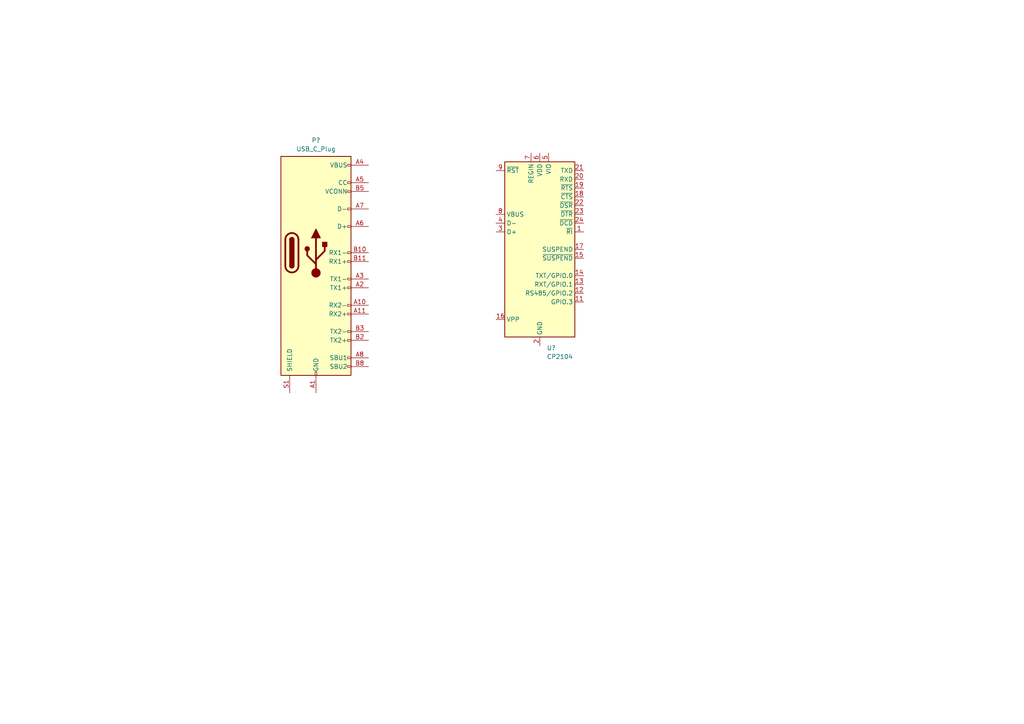
<source format=kicad_sch>
(kicad_sch (version 20211123) (generator eeschema)
  (paper "A4")
  (lib_symbols
    (symbol "Connector:USB_C_Plug" (pin_names (offset 1.016))
      (property "Reference" "P" (at -10.16 29.21 0))
      (property "Value" "USB_C_Plug" (at 10.16 29.21 0))
      (symbol "USB_C_Plug_0_0"
        (rectangle (start -0.254 -35.56) (end 0.254 -34.544))
        (rectangle (start 10.16 -32.766) (end 9.144 -33.274))
        (rectangle (start 10.16 -30.226) (end 9.144 -30.734))
        (rectangle (start 10.16 -25.146) (end 9.144 -25.654))
        (rectangle (start 10.16 -22.606) (end 9.144 -23.114))
        (rectangle (start 10.16 -17.526) (end 9.144 -18.034))
        (rectangle (start 10.16 -14.986) (end 9.144 -15.494))
        (rectangle (start 10.16 -9.906) (end 9.144 -10.414))
        (rectangle (start 10.16 -7.366) (end 9.144 -7.874))
        (rectangle (start 10.16 -2.286) (end 9.144 -2.794))
        (rectangle (start 10.16 0.254) (end 9.144 -0.254))
        (rectangle (start 10.16 7.874) (end 9.144 7.366))
        (rectangle (start 10.16 12.954) (end 9.144 12.446))
        (rectangle (start 10.16 18.034) (end 9.144 17.526))
        (rectangle (start 10.16 20.574) (end 9.144 20.066))
        (rectangle (start 10.16 25.654) (end 9.144 25.146))
      )
      (symbol "USB_C_Plug_0_1"
        (rectangle (start -10.16 27.94) (end 10.16 -35.56) (stroke (width 0.254)) (fill (type background)))
        (arc (start -8.89 -3.81) (mid -6.985 -5.715) (end -5.08 -3.81) (stroke (width 0.508)))
        (arc (start -7.62 -3.81) (mid -6.985 -4.445) (end -6.35 -3.81) (stroke (width 0.254)))
        (arc (start -7.62 -3.81) (mid -6.985 -4.445) (end -6.35 -3.81) (stroke (width 0.254)) (fill (type outline)))
        (rectangle (start -7.62 -3.81) (end -6.35 3.81) (stroke (width 0.254)) (fill (type outline)))
        (arc (start -6.35 3.81) (mid -6.985 4.445) (end -7.62 3.81) (stroke (width 0.254)))
        (arc (start -6.35 3.81) (mid -6.985 4.445) (end -7.62 3.81) (stroke (width 0.254)) (fill (type outline)))
        (arc (start -5.08 3.81) (mid -6.985 5.715) (end -8.89 3.81) (stroke (width 0.508)))
        (polyline (pts (xy -8.89 -3.81) (xy -8.89 3.81)) (stroke (width 0.508)))
        (polyline (pts (xy -5.08 3.81) (xy -5.08 -3.81)) (stroke (width 0.508)))
      )
      (symbol "USB_C_Plug_1_1"
        (circle (center -2.54 1.143) (radius 0.635) (stroke (width 0.254)) (fill (type outline)))
        (circle (center 0 -5.842) (radius 1.27) (fill (type outline)))
        (polyline (pts (xy 0 -5.842) (xy 0 4.318)) (stroke (width 0.508)))
        (polyline (pts (xy 0 -3.302) (xy -2.54 -0.762) (xy -2.54 0.508)) (stroke (width 0.508)))
        (polyline (pts (xy 0 -2.032) (xy 2.54 0.508) (xy 2.54 1.778)) (stroke (width 0.508)))
        (polyline (pts (xy -1.27 4.318) (xy 0 6.858) (xy 1.27 4.318) (xy -1.27 4.318)) (stroke (width 0.254)) (fill (type outline)))
        (rectangle (start 1.905 1.778) (end 3.175 3.048) (stroke (width 0.254)) (fill (type outline)))
        (pin passive line (at 0 -40.64 90) (length 5.08) (name "GND") (number "A1"))
        (pin bidirectional line (at 15.24 -15.24 180) (length 5.08) (name "RX2-") (number "A10"))
        (pin bidirectional line (at 15.24 -17.78 180) (length 5.08) (name "RX2+") (number "A11"))
        (pin passive line (at 0 -40.64 90) (length 5.08) hide (name "GND") (number "A12"))
        (pin bidirectional line (at 15.24 -10.16 180) (length 5.08) (name "TX1+") (number "A2"))
        (pin bidirectional line (at 15.24 -7.62 180) (length 5.08) (name "TX1-") (number "A3"))
        (pin passive line (at 15.24 25.4 180) (length 5.08) (name "VBUS") (number "A4"))
        (pin bidirectional line (at 15.24 20.32 180) (length 5.08) (name "CC") (number "A5"))
        (pin bidirectional line (at 15.24 7.62 180) (length 5.08) (name "D+") (number "A6"))
        (pin bidirectional line (at 15.24 12.7 180) (length 5.08) (name "D-") (number "A7"))
        (pin bidirectional line (at 15.24 -30.48 180) (length 5.08) (name "SBU1") (number "A8"))
        (pin passive line (at 15.24 25.4 180) (length 5.08) hide (name "VBUS") (number "A9"))
        (pin passive line (at 0 -40.64 90) (length 5.08) hide (name "GND") (number "B1"))
        (pin bidirectional line (at 15.24 0 180) (length 5.08) (name "RX1-") (number "B10"))
        (pin bidirectional line (at 15.24 -2.54 180) (length 5.08) (name "RX1+") (number "B11"))
        (pin passive line (at 0 -40.64 90) (length 5.08) hide (name "GND") (number "B12"))
        (pin bidirectional line (at 15.24 -25.4 180) (length 5.08) (name "TX2+") (number "B2"))
        (pin bidirectional line (at 15.24 -22.86 180) (length 5.08) (name "TX2-") (number "B3"))
        (pin passive line (at 15.24 25.4 180) (length 5.08) hide (name "VBUS") (number "B4"))
        (pin bidirectional line (at 15.24 17.78 180) (length 5.08) (name "VCONN") (number "B5"))
        (pin bidirectional line (at 15.24 -33.02 180) (length 5.08) (name "SBU2") (number "B8"))
        (pin passive line (at 15.24 25.4 180) (length 5.08) hide (name "VBUS") (number "B9"))
        (pin passive line (at -7.62 -40.64 90) (length 5.08) (name "SHIELD") (number "S1"))
      )
    )
    (symbol "Interface_USB:CP2104"
      (property "Reference" "U" (at -5.08 28.575 0))
      (property "Value" "CP2104" (at -5.08 26.67 0))
      (symbol "CP2104_1_1"
        (rectangle (start -10.16 25.4) (end 10.16 -25.4) (stroke (width 0.254)) (fill (type background)))
        (pin input line (at 12.7 5.08 180) (length 2.54) (name "~{RI}") (number "1"))
        (pin no_connect line (at 10.16 -20.32 180) (length 2.54) hide (name "NC") (number "10"))
        (pin bidirectional line (at 12.7 -15.24 180) (length 2.54) (name "GPIO.3") (number "11"))
        (pin bidirectional line (at 12.7 -12.7 180) (length 2.54) (name "RS485/GPIO.2") (number "12"))
        (pin bidirectional line (at 12.7 -10.16 180) (length 2.54) (name "RXT/GPIO.1") (number "13"))
        (pin bidirectional line (at 12.7 -7.62 180) (length 2.54) (name "TXT/GPIO.0") (number "14"))
        (pin output line (at 12.7 -2.54 180) (length 2.54) (name "~{SUSPEND}") (number "15"))
        (pin passive line (at -12.7 -20.32 0) (length 2.54) (name "VPP") (number "16"))
        (pin output line (at 12.7 0 180) (length 2.54) (name "SUSPEND") (number "17"))
        (pin input line (at 12.7 15.24 180) (length 2.54) (name "~{CTS}") (number "18"))
        (pin output line (at 12.7 17.78 180) (length 2.54) (name "~{RTS}") (number "19"))
        (pin power_in line (at 0 -27.94 90) (length 2.54) (name "GND") (number "2"))
        (pin input line (at 12.7 20.32 180) (length 2.54) (name "RXD") (number "20"))
        (pin output line (at 12.7 22.86 180) (length 2.54) (name "TXD") (number "21"))
        (pin input line (at 12.7 12.7 180) (length 2.54) (name "~{DSR}") (number "22"))
        (pin output line (at 12.7 10.16 180) (length 2.54) (name "~{DTR}") (number "23"))
        (pin input line (at 12.7 7.62 180) (length 2.54) (name "~{DCD}") (number "24"))
        (pin passive line (at 0 -27.94 90) (length 2.54) hide (name "GND") (number "25"))
        (pin bidirectional line (at -12.7 5.08 0) (length 2.54) (name "D+") (number "3"))
        (pin bidirectional line (at -12.7 7.62 0) (length 2.54) (name "D-") (number "4"))
        (pin power_in line (at 2.54 27.94 270) (length 2.54) (name "VIO") (number "5"))
        (pin power_in line (at 0 27.94 270) (length 2.54) (name "VDD") (number "6"))
        (pin power_in line (at -2.54 27.94 270) (length 2.54) (name "REGIN") (number "7"))
        (pin input line (at -12.7 10.16 0) (length 2.54) (name "VBUS") (number "8"))
        (pin bidirectional line (at -12.7 22.86 0) (length 2.54) (name "~{RST}") (number "9"))
      )
    )
  )
  (symbol (lib_id "Connector:USB_C_Plug") (at 91.6432 73.3044 0) (unit 1)
    (property "Reference" "P?" (at 91.6432 40.6908 0))
    (property "Value" "USB_C_Plug" (at 91.6432 43.2308 0))
    (property "Datasheet" "https://www.usb.org/sites/default/files/documents/usb_type-c.zip" (effects hide))
  )
  (symbol (lib_id "Interface_USB:CP2104") (at 156.5656 72.3392 0) (unit 1)
    (property "Reference" "U?" (at 158.585 100.9142 0) (effects (justify left)))
    (property "Value" "CP2104" (at 158.585 103.4542 0) (effects (justify left)))
    (property "Footprint" "Package_DFN_QFN:QFN-24-1EP_4x4mm_P0.5mm_EP2.6x2.6mm" (effects hide))
    (property "Datasheet" "https://www.silabs.com/documents/public/data-sheets/cp2104.pdf" (effects hide))
  )
)
</source>
